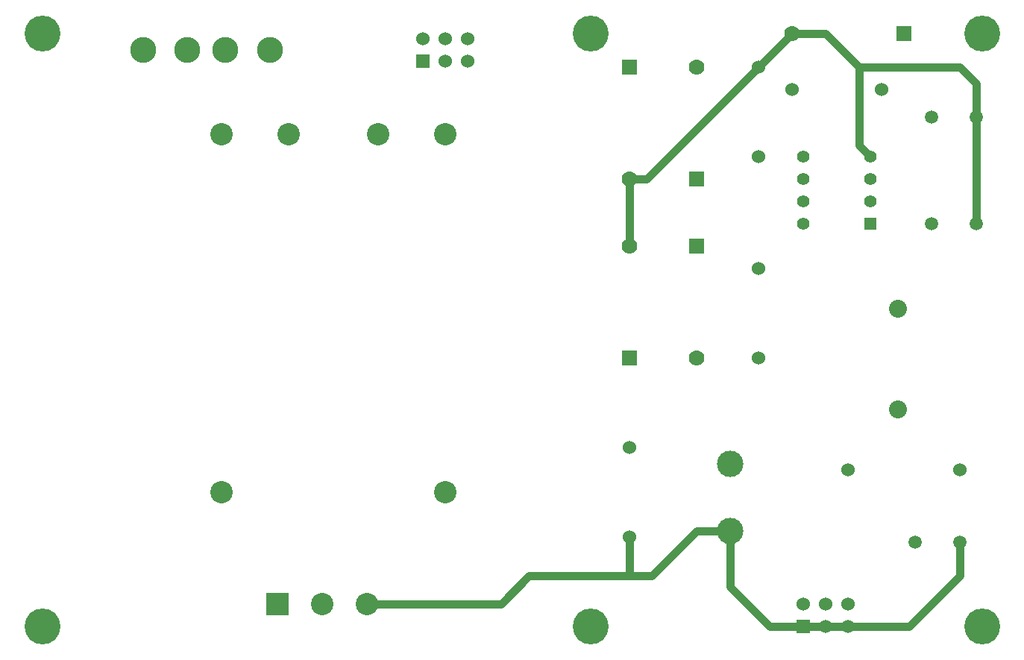
<source format=gbl>
G04 (created by PCBNEW (2013-jul-07)-stable) date Tue 04 Feb 2014 11:20:20 PM PST*
%MOIN*%
G04 Gerber Fmt 3.4, Leading zero omitted, Abs format*
%FSLAX34Y34*%
G01*
G70*
G90*
G04 APERTURE LIST*
%ADD10C,0.00590551*%
%ADD11C,0.08*%
%ADD12C,0.1*%
%ADD13C,0.06*%
%ADD14R,0.06X0.06*%
%ADD15C,0.0591*%
%ADD16R,0.055X0.055*%
%ADD17C,0.055*%
%ADD18C,0.07*%
%ADD19R,0.07X0.07*%
%ADD20C,0.116*%
%ADD21R,0.1X0.1*%
%ADD22C,0.1181*%
%ADD23C,0.16*%
%ADD24C,0.035*%
G04 APERTURE END LIST*
G54D10*
G54D11*
X74000Y-37550D03*
X74000Y-42050D03*
G54D12*
X43750Y-45750D03*
X43750Y-29750D03*
X46750Y-29750D03*
X50750Y-29750D03*
X53750Y-29750D03*
X53750Y-45750D03*
G54D13*
X67750Y-35750D03*
X67750Y-39750D03*
G54D14*
X69750Y-51750D03*
G54D13*
X69750Y-50750D03*
X70750Y-51750D03*
X70750Y-50750D03*
X71750Y-51750D03*
X71750Y-50750D03*
G54D14*
X52750Y-26500D03*
G54D13*
X52750Y-25500D03*
X53750Y-26500D03*
X53750Y-25500D03*
X54750Y-26500D03*
X54750Y-25500D03*
G54D15*
X77500Y-29000D03*
X75500Y-29000D03*
X76750Y-48000D03*
X74750Y-48000D03*
X77500Y-33750D03*
X75500Y-33750D03*
G54D16*
X72750Y-33750D03*
G54D17*
X72750Y-32750D03*
X72750Y-31750D03*
X72750Y-30750D03*
X69750Y-30750D03*
X69750Y-31750D03*
X69750Y-32750D03*
X69750Y-33750D03*
G54D18*
X69250Y-25250D03*
G54D19*
X74250Y-25250D03*
G54D18*
X62000Y-34750D03*
G54D19*
X62000Y-39750D03*
G54D18*
X65000Y-26750D03*
G54D19*
X65000Y-31750D03*
G54D18*
X62000Y-31750D03*
G54D19*
X62000Y-26750D03*
G54D18*
X65000Y-39750D03*
G54D19*
X65000Y-34750D03*
G54D20*
X40250Y-26000D03*
X42240Y-26000D03*
X43910Y-26000D03*
X45910Y-26000D03*
G54D21*
X46250Y-50750D03*
G54D12*
X48250Y-50750D03*
X50250Y-50750D03*
G54D22*
X66500Y-47500D03*
X66500Y-44500D03*
G54D23*
X60250Y-25250D03*
X35750Y-25250D03*
X35750Y-51750D03*
X60250Y-51750D03*
X77750Y-25250D03*
X77750Y-51750D03*
G54D13*
X67750Y-30750D03*
X67750Y-26750D03*
X69250Y-27750D03*
X73250Y-27750D03*
X62000Y-47750D03*
X62000Y-43750D03*
X76750Y-44750D03*
X71750Y-44750D03*
G54D24*
X77500Y-29000D02*
X77500Y-27500D01*
X76750Y-26750D02*
X72250Y-26750D01*
X77500Y-27500D02*
X76750Y-26750D01*
X69250Y-25250D02*
X70750Y-25250D01*
X70750Y-25250D02*
X72250Y-26750D01*
X72250Y-30250D02*
X72750Y-30750D01*
X72250Y-26750D02*
X72250Y-30250D01*
X66500Y-47500D02*
X65000Y-47500D01*
X63000Y-49500D02*
X62000Y-49500D01*
X65000Y-47500D02*
X63000Y-49500D01*
X62000Y-47750D02*
X62000Y-49500D01*
X50250Y-50750D02*
X56250Y-50750D01*
X56250Y-50750D02*
X57500Y-49500D01*
X61750Y-49500D02*
X62000Y-49500D01*
X57500Y-49500D02*
X61750Y-49500D01*
X69750Y-51750D02*
X68250Y-51750D01*
X66500Y-50000D02*
X66500Y-47500D01*
X68250Y-51750D02*
X66500Y-50000D01*
X70750Y-51750D02*
X69750Y-51750D01*
X71750Y-51750D02*
X70750Y-51750D01*
X76750Y-48000D02*
X76750Y-49500D01*
X74500Y-51750D02*
X71750Y-51750D01*
X76750Y-49500D02*
X74500Y-51750D01*
X77500Y-29000D02*
X77500Y-33750D01*
X67750Y-26750D02*
X69250Y-25250D01*
X62000Y-31750D02*
X62750Y-31750D01*
X62750Y-31750D02*
X67750Y-26750D01*
X62000Y-31750D02*
X62000Y-34750D01*
M02*

</source>
